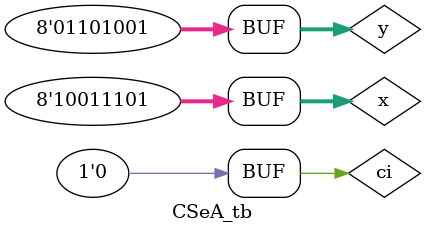
<source format=v>
module CSeA(
    input[7:0] x, y,
    input ci,
    output[7:0] z,
    output co
);
    wire[3:0] z1, z2;
    wire csw, co1, co2;

    RCA rcamain(.x(x[3:0]), .y(y[3:0]), .ci(ci), .z(z[3:0]), .co(csw));

    RCA rca1(.x(x[7:4]), .y(y[7:4]), .ci(1'b0), .z(z1[3:0]), .co(co1));
    RCA rca2(.x(x[7:4]), .y(y[7:4]), .ci(1'b1), .z(z2[3:0]), .co(co2));

    M mux4(.x(z1[0]), .y(z2[0]), .sw(csw), .z(z[4]));
    M mux5(.x(z1[1]), .y(z2[1]), .sw(csw), .z(z[5]));
    M mux6(.x(z1[2]), .y(z2[2]), .sw(csw), .z(z[6]));
    M mux7(.x(z1[3]), .y(z2[3]), .sw(csw), .z(z[7]));

    assign co = co1 | ( co2 & csw );
endmodule

module CSeA_tb;
    reg[7:0] x, y;
    reg ci;
    wire[7:0] z;
    wire co;

    CSeA inst(.x(x), .y(y), .ci(ci), .z(z), .co(co));

    initial begin
        $display("x\t   y\t    ci | co\tz");
        $monitor("%8b\t%8b\t%b  | %b  %8b", x, y, ci, co, z);
    end

    initial begin
        x = 157;
        y = 105;
        ci = 0;
    end

endmodule
</source>
